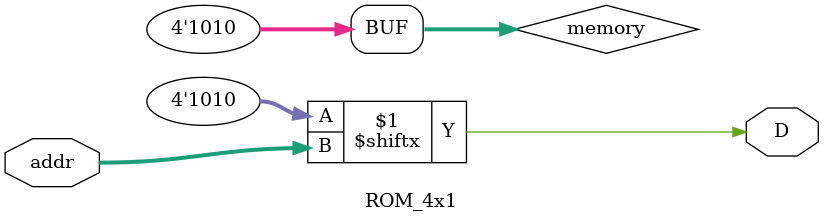
<source format=v>
module ROM_4x1 (
    input wire [1:0] addr,
    output wire D
);
    
    reg [3:0] memory;
    
    initial begin
        memory[0] = 0;
        memory[1] = 1;
        memory[2] = 0;
        memory[3] = 1;
    end
    
    assign D = memory[addr];
    
endmodule

</source>
